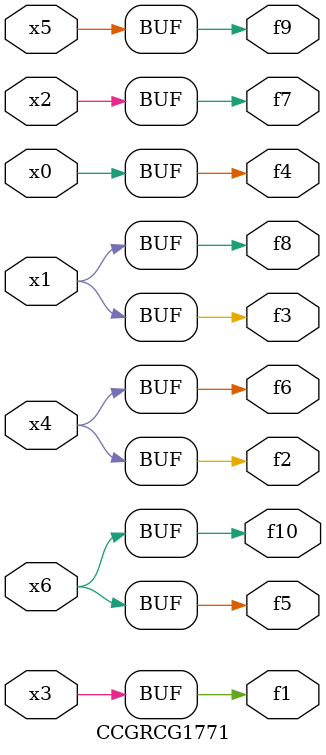
<source format=v>
module CCGRCG1771(
	input x0, x1, x2, x3, x4, x5, x6,
	output f1, f2, f3, f4, f5, f6, f7, f8, f9, f10
);
	assign f1 = x3;
	assign f2 = x4;
	assign f3 = x1;
	assign f4 = x0;
	assign f5 = x6;
	assign f6 = x4;
	assign f7 = x2;
	assign f8 = x1;
	assign f9 = x5;
	assign f10 = x6;
endmodule

</source>
